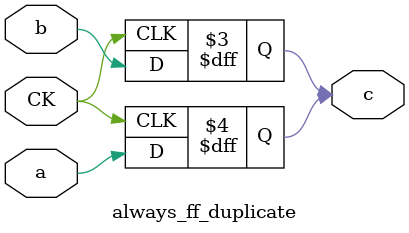
<source format=sv>
module always_ff_duplicate (input logic a, b, CK, output logic c);
   always_ff @(posedge CK)
        c<=a;
   always_ff @(posedge CK)
        c<=b;
endmodule // always_ff_duplicate


	

</source>
